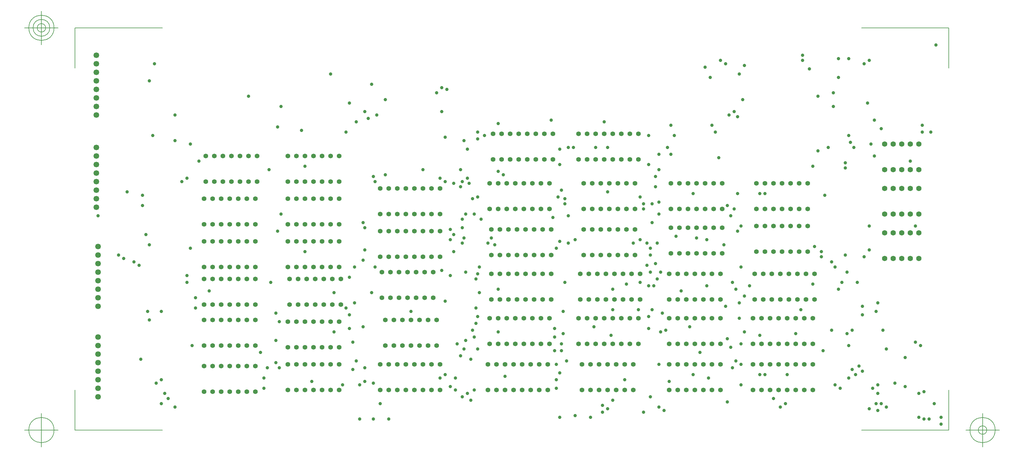
<source format=gbr>
G04 Generated by Ultiboard 14.1 *
%FSLAX24Y24*%
%MOIN*%

%ADD10C,0.0001*%
%ADD11C,0.0050*%
%ADD12C,0.0665*%
%ADD13C,0.0633*%
%ADD14C,0.0394*%
%ADD15C,0.0550*%


G04 ColorRGB 9900CC for the following layer *
%LNSolder Mask Bottom*%
%LPD*%
G54D10*
G54D11*
X-35300Y-13100D02*
X-35300Y-8390D01*
X-35300Y-13100D02*
X-25080Y-13100D01*
X66900Y-13100D02*
X56680Y-13100D01*
X66900Y-13100D02*
X66900Y-8390D01*
X66900Y34004D02*
X66900Y29294D01*
X66900Y34004D02*
X56680Y34004D01*
X-35300Y34004D02*
X-25080Y34004D01*
X-35300Y34004D02*
X-35300Y29294D01*
X-37269Y-13100D02*
X-41206Y-13100D01*
X-39237Y-15069D02*
X-39237Y-11131D01*
X-40714Y-13100D02*
G75*
D01*
G02X-40714Y-13100I1477J0*
G01*
X68869Y-13100D02*
X72806Y-13100D01*
X70837Y-15069D02*
X70837Y-11131D01*
X69361Y-13100D02*
G75*
D01*
G02X69361Y-13100I1476J0*
G01*
X70345Y-13100D02*
G75*
D01*
G02X70345Y-13100I492J0*
G01*
X-37269Y34004D02*
X-41206Y34004D01*
X-39237Y32035D02*
X-39237Y35972D01*
X-40714Y34004D02*
G75*
D01*
G02X-40714Y34004I1477J0*
G01*
X-40221Y34004D02*
G75*
D01*
G02X-40221Y34004I984J0*
G01*
X-39729Y34004D02*
G75*
D01*
G02X-39729Y34004I492J0*
G01*
G54D12*
X-32600Y-2200D03*
X-32600Y-3200D03*
X-32600Y-4200D03*
X-32600Y-5200D03*
X-32600Y-6200D03*
X-32600Y-7200D03*
X-32600Y-8200D03*
X-32600Y-9200D03*
X-32600Y8400D03*
X-32600Y7400D03*
X-32600Y6400D03*
X-32600Y5400D03*
X-32600Y4400D03*
X-32600Y3400D03*
X-32600Y2400D03*
X-32600Y1400D03*
X-32800Y20000D03*
X-32800Y19000D03*
X-32800Y18000D03*
X-32800Y17000D03*
X-32800Y16000D03*
X-32800Y15000D03*
X-32800Y14000D03*
X-32800Y13000D03*
X-32800Y30800D03*
X-32800Y29800D03*
X-32800Y28800D03*
X-32800Y27800D03*
X-32800Y26800D03*
X-32800Y25800D03*
X-32800Y24800D03*
X-32800Y23800D03*
G54D13*
X60400Y10000D03*
X60400Y7000D03*
X63400Y10000D03*
X62400Y10000D03*
X61400Y10000D03*
X62400Y7000D03*
X63400Y7000D03*
X61400Y7000D03*
X59400Y10000D03*
X59400Y7000D03*
X60400Y15200D03*
X60400Y12200D03*
X63400Y15200D03*
X62400Y15200D03*
X61400Y15200D03*
X62400Y12200D03*
X63400Y12200D03*
X61400Y12200D03*
X59400Y15200D03*
X59400Y12200D03*
X60400Y20400D03*
X60400Y17400D03*
X63400Y20400D03*
X62400Y20400D03*
X61400Y20400D03*
X62400Y17400D03*
X63400Y17400D03*
X61400Y17400D03*
X59400Y20400D03*
X59400Y17400D03*
G54D14*
X27000Y20000D03*
X34000Y20000D03*
X7600Y24200D03*
X7600Y27000D03*
X11000Y-9600D03*
X32200Y11200D03*
X32200Y13400D03*
X31200Y13400D03*
X31800Y21400D03*
X59000Y22200D03*
X64000Y-8600D03*
X64000Y-11800D03*
X11400Y-8400D03*
X7400Y-7000D03*
X52000Y7800D03*
X51600Y19600D03*
X-3200Y25200D03*
X58600Y1800D03*
X58200Y23200D03*
X41000Y-9800D03*
X58600Y-10800D03*
X-600Y27400D03*
X41800Y12800D03*
X40800Y29800D03*
X59200Y-1400D03*
X57400Y25200D03*
X10600Y19800D03*
X-8400Y7800D03*
X-22800Y16000D03*
X-20800Y18400D03*
X23200Y9200D03*
X14200Y17200D03*
X11800Y21800D03*
X-26200Y21400D03*
X21400Y-11600D03*
X42800Y25600D03*
X9800Y17400D03*
X49800Y30800D03*
X-25200Y-7200D03*
X-13200Y-8200D03*
X59600Y-10400D03*
X8200Y26800D03*
X8000Y-6600D03*
X-12800Y-5800D03*
X-2400Y23000D03*
X-3600Y21800D03*
X-11800Y600D03*
X52000Y7200D03*
X54800Y7400D03*
X54800Y17600D03*
X56400Y-5600D03*
X53600Y6000D03*
X53400Y24800D03*
X10600Y16400D03*
X8600Y10400D03*
X33600Y-10800D03*
X-5400Y28600D03*
X42600Y10800D03*
X42400Y28600D03*
X-27600Y-4800D03*
X21000Y-8200D03*
X35600Y3200D03*
X14200Y-1600D03*
X55200Y-3200D03*
X61800Y-4600D03*
X64600Y-11800D03*
X66000Y-12400D03*
X-400Y-11800D03*
X-400Y-7600D03*
X44800Y14600D03*
X58000Y-8200D03*
X54200Y-8200D03*
X34200Y-7400D03*
X21400Y-6400D03*
X10000Y10600D03*
X10000Y11600D03*
X31800Y3800D03*
X52400Y14400D03*
X37000Y-6600D03*
X11000Y-4800D03*
X32200Y1000D03*
X27000Y14800D03*
X11800Y14200D03*
X13000Y8800D03*
X57600Y-10600D03*
X61800Y-8000D03*
X64800Y21800D03*
X37400Y9400D03*
X31800Y18000D03*
X21400Y18000D03*
X21400Y19800D03*
X33000Y12200D03*
X-19600Y3200D03*
X-30200Y7400D03*
X36600Y-1000D03*
X31800Y-1200D03*
X20600Y11800D03*
X55800Y20000D03*
X41600Y-5800D03*
X53200Y6600D03*
X1000Y25600D03*
X1000Y16800D03*
X-3200Y4800D03*
X59600Y-3600D03*
X40600Y8600D03*
X38600Y9200D03*
X32000Y8200D03*
X31600Y6200D03*
X10400Y5400D03*
X10400Y-2600D03*
X-8800Y22000D03*
X-26000Y29800D03*
X-26600Y8600D03*
X23200Y-11400D03*
X-23600Y23800D03*
X26600Y23000D03*
X20800Y-1200D03*
X20800Y-2200D03*
X14200Y3400D03*
X-3200Y-1200D03*
X41800Y24200D03*
X43000Y29600D03*
X-25200Y-10000D03*
X-2800Y-6000D03*
X27000Y-10600D03*
X-5000Y3000D03*
X-600Y3000D03*
X31200Y-11000D03*
X26400Y-11000D03*
X21800Y800D03*
X4000Y800D03*
X-27400Y13200D03*
X-12600Y17400D03*
X25400Y-1000D03*
X21800Y-1800D03*
X11400Y-2200D03*
X-2800Y-2800D03*
X37000Y14600D03*
X21200Y14200D03*
X51000Y17800D03*
X49800Y30200D03*
X-25800Y-7600D03*
X-13200Y-7000D03*
X27600Y-9600D03*
X65400Y32000D03*
X7000Y26400D03*
X8000Y16000D03*
X42000Y3400D03*
X54400Y4200D03*
X54000Y28200D03*
X0Y23800D03*
X-200Y16000D03*
X-1600Y6800D03*
X-1600Y-1000D03*
X-21600Y-3200D03*
X46400Y-9400D03*
X42600Y-5400D03*
X41400Y-3400D03*
X-5000Y-1600D03*
X55600Y-6000D03*
X25000Y-11600D03*
X1400Y-11800D03*
X56200Y4200D03*
X39000Y28200D03*
X-1400Y8000D03*
X55600Y-1400D03*
X38400Y29400D03*
X43000Y2600D03*
X56800Y1400D03*
X56800Y400D03*
X56800Y-6200D03*
X8600Y-8000D03*
X37800Y-4000D03*
X12600Y21400D03*
X8000Y21200D03*
X7400Y16400D03*
X9000Y7800D03*
X15000Y-6800D03*
X42200Y10200D03*
X41200Y23800D03*
X14800Y16800D03*
X22400Y8800D03*
X38600Y3800D03*
X32400Y3800D03*
X12000Y6000D03*
X12000Y3000D03*
X11600Y-600D03*
X45400Y14600D03*
X55000Y-1800D03*
X44800Y-2000D03*
X33000Y-5400D03*
X33000Y-10400D03*
X47200Y-10400D03*
X49600Y1000D03*
X55000Y5400D03*
X54800Y18200D03*
X-27800Y6200D03*
X33200Y-1600D03*
X27400Y-2000D03*
X11600Y1200D03*
X11200Y-1400D03*
X21600Y15000D03*
X58600Y-7800D03*
X53600Y-7800D03*
X42600Y-7800D03*
X22400Y20000D03*
X52800Y20000D03*
X51000Y4000D03*
X42000Y-5000D03*
X38800Y-7000D03*
X5400Y17400D03*
X49000Y-1800D03*
X31200Y12800D03*
X30800Y14200D03*
X23000Y20000D03*
X25600Y20000D03*
X42400Y0D03*
X42400Y1800D03*
X43600Y3800D03*
X32800Y8800D03*
X-26600Y27800D03*
X-21200Y2400D03*
X-29600Y7000D03*
X33400Y600D03*
X33800Y-1400D03*
X-22200Y5000D03*
X-21800Y8200D03*
X-21800Y20400D03*
X10000Y-9200D03*
X-2400Y-5000D03*
X-2600Y1800D03*
X11800Y200D03*
X50600Y29200D03*
X-24800Y-8800D03*
X57600Y30200D03*
X12200Y11600D03*
X21600Y-3000D03*
X63000Y10800D03*
X57600Y10800D03*
X32000Y5400D03*
X-2600Y6000D03*
X-200Y6000D03*
X27600Y1000D03*
X42600Y-3000D03*
X-21200Y1200D03*
X-26600Y-200D03*
X-2000Y-11800D03*
X-2000Y-7800D03*
X-4000Y-7800D03*
X57600Y8000D03*
X58200Y19000D03*
X40000Y18800D03*
X41000Y13200D03*
X-1400Y-7400D03*
X-1400Y-5800D03*
X-11400Y-5800D03*
X-11400Y-400D03*
X-3600Y1200D03*
X8000Y2000D03*
X-11800Y-2600D03*
X-11800Y-5200D03*
X-7600Y-7400D03*
X13400Y9400D03*
X59000Y-10000D03*
X65200Y-10000D03*
X-1600Y11200D03*
X57000Y7200D03*
X57000Y29800D03*
X-25200Y800D03*
X55400Y20600D03*
X41600Y4200D03*
X29000Y-7200D03*
X21000Y-7200D03*
X10600Y-8800D03*
X-23600Y-10400D03*
X-23600Y20800D03*
X10200Y20800D03*
X9800Y15400D03*
X7600Y5600D03*
X-11600Y10200D03*
X-8400Y17800D03*
X-22200Y16400D03*
X57800Y20400D03*
X58400Y800D03*
X55200Y-7000D03*
X21000Y8200D03*
X13800Y8600D03*
X11400Y12200D03*
X10400Y12200D03*
X10000Y8800D03*
X10200Y-3600D03*
X11800Y-3600D03*
X33000Y13600D03*
X33000Y17400D03*
X51200Y8400D03*
X56000Y-6600D03*
X47800Y-10000D03*
X58400Y-10000D03*
X63800Y22600D03*
X39200Y22600D03*
X-1400Y24200D03*
X-1400Y10600D03*
X52200Y-3800D03*
X54000Y30400D03*
X-32600Y12000D03*
X-11200Y12200D03*
X14200Y22800D03*
X-11600Y22400D03*
X9800Y-4400D03*
X22000Y14000D03*
X42200Y14600D03*
X42200Y23600D03*
X10800Y15800D03*
X10200Y9400D03*
X9400Y-3000D03*
X51600Y26000D03*
X10000Y16000D03*
X8600Y9200D03*
X60600Y-7600D03*
X63800Y21800D03*
X39600Y21800D03*
X-11200Y24800D03*
X41400Y12000D03*
X40200Y30200D03*
X-24400Y-9400D03*
X-13600Y-4000D03*
X44800Y-6600D03*
X33200Y5400D03*
X32800Y4600D03*
X30800Y4200D03*
X21600Y-3800D03*
X20800Y-3800D03*
X41000Y-2400D03*
X32000Y-9200D03*
X26400Y-10200D03*
X400Y-10000D03*
X54000Y3400D03*
X53400Y26400D03*
X9000Y15800D03*
X9000Y9800D03*
X43000Y-1600D03*
X53200Y-1400D03*
X-15000Y26000D03*
X31600Y8800D03*
X30000Y8800D03*
X22400Y12000D03*
X11200Y14000D03*
X8600Y5000D03*
X-26800Y800D03*
X34800Y21400D03*
X55200Y21400D03*
X55200Y30400D03*
X66000Y-11600D03*
X63400Y-11600D03*
X63400Y-8800D03*
X58600Y-8800D03*
X9200Y-7000D03*
X9200Y-8400D03*
X11800Y5200D03*
X-3200Y400D03*
X-12400Y4200D03*
X-22200Y4200D03*
X32600Y15400D03*
X48000Y-6600D03*
X45400Y-6600D03*
X32600Y16600D03*
X33000Y19200D03*
X34400Y19200D03*
X34400Y22600D03*
X11800Y21000D03*
X-400Y16600D03*
X31800Y200D03*
X30600Y1000D03*
X-27400Y14400D03*
X-29200Y14800D03*
X27600Y3400D03*
X22200Y-5000D03*
X21000Y-5400D03*
X32000Y7400D03*
X29200Y4000D03*
X62400Y18400D03*
X63000Y-2800D03*
X42600Y6000D03*
X32600Y6400D03*
X30800Y9200D03*
X-28400Y6600D03*
X11600Y4600D03*
X22000Y13400D03*
X21400Y9000D03*
X63600Y-3200D03*
X22000Y4200D03*
X35000Y9600D03*
X40800Y1400D03*
X20400Y23200D03*
X-1000Y23400D03*
X-27000Y9800D03*
G54D15*
X34200Y5200D03*
X37200Y2200D03*
X35200Y2200D03*
X36200Y2200D03*
X38200Y2200D03*
X39200Y2200D03*
X40200Y2200D03*
X40200Y5200D03*
X37200Y5200D03*
X35200Y5200D03*
X36200Y5200D03*
X38200Y5200D03*
X39200Y5200D03*
X34200Y2200D03*
X34200Y0D03*
X37200Y-3000D03*
X35200Y-3000D03*
X36200Y-3000D03*
X38200Y-3000D03*
X39200Y-3000D03*
X40200Y-3000D03*
X40200Y0D03*
X37200Y0D03*
X35200Y0D03*
X36200Y0D03*
X38200Y0D03*
X39200Y0D03*
X34200Y-3000D03*
X34200Y-5400D03*
X37200Y-8400D03*
X35200Y-8400D03*
X36200Y-8400D03*
X38200Y-8400D03*
X39200Y-8400D03*
X40200Y-8400D03*
X40200Y-5400D03*
X37200Y-5400D03*
X35200Y-5400D03*
X36200Y-5400D03*
X38200Y-5400D03*
X39200Y-5400D03*
X34200Y-8400D03*
X44400Y10800D03*
X47400Y7800D03*
X45400Y7800D03*
X46400Y7800D03*
X48400Y7800D03*
X49400Y7800D03*
X50400Y7800D03*
X50400Y10800D03*
X47400Y10800D03*
X45400Y10800D03*
X46400Y10800D03*
X48400Y10800D03*
X49400Y10800D03*
X44400Y7800D03*
X44400Y15800D03*
X47400Y12800D03*
X45400Y12800D03*
X46400Y12800D03*
X48400Y12800D03*
X49400Y12800D03*
X50400Y12800D03*
X50400Y15800D03*
X47400Y15800D03*
X45400Y15800D03*
X46400Y15800D03*
X48400Y15800D03*
X49400Y15800D03*
X44400Y12800D03*
X-20000Y19000D03*
X-17000Y16000D03*
X-19000Y16000D03*
X-18000Y16000D03*
X-16000Y16000D03*
X-15000Y16000D03*
X-14000Y16000D03*
X-14000Y19000D03*
X-17000Y19000D03*
X-19000Y19000D03*
X-18000Y19000D03*
X-16000Y19000D03*
X-15000Y19000D03*
X-20000Y16000D03*
X-10400Y19000D03*
X-7400Y16000D03*
X-9400Y16000D03*
X-8400Y16000D03*
X-6400Y16000D03*
X-5400Y16000D03*
X-4400Y16000D03*
X-4400Y19000D03*
X-7400Y19000D03*
X-9400Y19000D03*
X-8400Y19000D03*
X-6400Y19000D03*
X-5400Y19000D03*
X-10400Y16000D03*
X-20200Y14000D03*
X-17200Y11000D03*
X-19200Y11000D03*
X-18200Y11000D03*
X-16200Y11000D03*
X-15200Y11000D03*
X-14200Y11000D03*
X-14200Y14000D03*
X-17200Y14000D03*
X-19200Y14000D03*
X-18200Y14000D03*
X-16200Y14000D03*
X-15200Y14000D03*
X-20200Y11000D03*
X-10400Y14000D03*
X-7400Y11000D03*
X-9400Y11000D03*
X-8400Y11000D03*
X-6400Y11000D03*
X-5400Y11000D03*
X-4400Y11000D03*
X-4400Y14000D03*
X-7400Y14000D03*
X-9400Y14000D03*
X-8400Y14000D03*
X-6400Y14000D03*
X-5400Y14000D03*
X-10400Y11000D03*
X-20200Y9000D03*
X-17200Y6000D03*
X-19200Y6000D03*
X-18200Y6000D03*
X-16200Y6000D03*
X-15200Y6000D03*
X-14200Y6000D03*
X-14200Y9000D03*
X-17200Y9000D03*
X-19200Y9000D03*
X-18200Y9000D03*
X-16200Y9000D03*
X-15200Y9000D03*
X-20200Y6000D03*
X-10400Y9000D03*
X-7400Y6000D03*
X-9400Y6000D03*
X-8400Y6000D03*
X-6400Y6000D03*
X-5400Y6000D03*
X-4400Y6000D03*
X-4400Y9000D03*
X-7400Y9000D03*
X-9400Y9000D03*
X-8400Y9000D03*
X-6400Y9000D03*
X-5400Y9000D03*
X-10400Y6000D03*
X-20200Y4600D03*
X-17200Y1600D03*
X-19200Y1600D03*
X-18200Y1600D03*
X-16200Y1600D03*
X-15200Y1600D03*
X-14200Y1600D03*
X-14200Y4600D03*
X-17200Y4600D03*
X-19200Y4600D03*
X-18200Y4600D03*
X-16200Y4600D03*
X-15200Y4600D03*
X-20200Y1600D03*
X-10200Y4600D03*
X-7200Y1600D03*
X-9200Y1600D03*
X-8200Y1600D03*
X-6200Y1600D03*
X-5200Y1600D03*
X-4200Y1600D03*
X-4200Y4600D03*
X-7200Y4600D03*
X-9200Y4600D03*
X-8200Y4600D03*
X-6200Y4600D03*
X-5200Y4600D03*
X-10200Y1600D03*
X-20200Y-200D03*
X-17200Y-3200D03*
X-19200Y-3200D03*
X-18200Y-3200D03*
X-16200Y-3200D03*
X-15200Y-3200D03*
X-14200Y-3200D03*
X-14200Y-200D03*
X-17200Y-200D03*
X-19200Y-200D03*
X-18200Y-200D03*
X-16200Y-200D03*
X-15200Y-200D03*
X-20200Y-3200D03*
X-10400Y-400D03*
X-7400Y-3400D03*
X-9400Y-3400D03*
X-8400Y-3400D03*
X-6400Y-3400D03*
X-5400Y-3400D03*
X-4400Y-3400D03*
X-4400Y-400D03*
X-7400Y-400D03*
X-9400Y-400D03*
X-8400Y-400D03*
X-6400Y-400D03*
X-5400Y-400D03*
X-10400Y-3400D03*
X-20200Y-5600D03*
X-17200Y-8600D03*
X-19200Y-8600D03*
X-18200Y-8600D03*
X-16200Y-8600D03*
X-15200Y-8600D03*
X-14200Y-8600D03*
X-14200Y-5600D03*
X-17200Y-5600D03*
X-19200Y-5600D03*
X-18200Y-5600D03*
X-16200Y-5600D03*
X-15200Y-5600D03*
X-20200Y-8600D03*
X-10400Y-5400D03*
X-7400Y-8400D03*
X-9400Y-8400D03*
X-8400Y-8400D03*
X-6400Y-8400D03*
X-5400Y-8400D03*
X-4400Y-8400D03*
X-4400Y-5400D03*
X-7400Y-5400D03*
X-9400Y-5400D03*
X-8400Y-5400D03*
X-6400Y-5400D03*
X-5400Y-5400D03*
X-10400Y-8400D03*
X400Y10200D03*
X2400Y7200D03*
X1400Y7200D03*
X3400Y7200D03*
X5400Y7200D03*
X4400Y7200D03*
X6400Y7200D03*
X7400Y7200D03*
X6400Y10200D03*
X3400Y10200D03*
X2400Y10200D03*
X1400Y10200D03*
X5400Y10200D03*
X4400Y10200D03*
X7400Y10200D03*
X400Y7200D03*
X400Y15200D03*
X2400Y12200D03*
X1400Y12200D03*
X3400Y12200D03*
X5400Y12200D03*
X4400Y12200D03*
X6400Y12200D03*
X7400Y12200D03*
X6400Y15200D03*
X3400Y15200D03*
X2400Y15200D03*
X1400Y15200D03*
X5400Y15200D03*
X4400Y15200D03*
X7400Y15200D03*
X400Y12200D03*
X600Y5400D03*
X3600Y2400D03*
X1600Y2400D03*
X2600Y2400D03*
X4600Y2400D03*
X5600Y2400D03*
X6600Y2400D03*
X6600Y5400D03*
X3600Y5400D03*
X1600Y5400D03*
X2600Y5400D03*
X4600Y5400D03*
X5600Y5400D03*
X600Y2400D03*
X1000Y-200D03*
X4000Y-3200D03*
X2000Y-3200D03*
X3000Y-3200D03*
X5000Y-3200D03*
X6000Y-3200D03*
X7000Y-3200D03*
X7000Y-200D03*
X4000Y-200D03*
X2000Y-200D03*
X3000Y-200D03*
X5000Y-200D03*
X6000Y-200D03*
X1000Y-3200D03*
X400Y-5400D03*
X2400Y-8400D03*
X1400Y-8400D03*
X3400Y-8400D03*
X5400Y-8400D03*
X4400Y-8400D03*
X6400Y-8400D03*
X7400Y-8400D03*
X6400Y-5400D03*
X3400Y-5400D03*
X2400Y-5400D03*
X1400Y-5400D03*
X5400Y-5400D03*
X4400Y-5400D03*
X7400Y-5400D03*
X400Y-8400D03*
X13600Y21600D03*
X15600Y18600D03*
X14600Y18600D03*
X16600Y18600D03*
X18600Y18600D03*
X17600Y18600D03*
X19600Y18600D03*
X20600Y18600D03*
X19600Y21600D03*
X16600Y21600D03*
X15600Y21600D03*
X14600Y21600D03*
X18600Y21600D03*
X17600Y21600D03*
X20600Y21600D03*
X13600Y18600D03*
X13200Y15800D03*
X15200Y12800D03*
X14200Y12800D03*
X16200Y12800D03*
X18200Y12800D03*
X17200Y12800D03*
X19200Y12800D03*
X20200Y12800D03*
X19200Y15800D03*
X16200Y15800D03*
X15200Y15800D03*
X14200Y15800D03*
X18200Y15800D03*
X17200Y15800D03*
X20200Y15800D03*
X13200Y12800D03*
X13400Y10400D03*
X15400Y7400D03*
X14400Y7400D03*
X16400Y7400D03*
X18400Y7400D03*
X17400Y7400D03*
X19400Y7400D03*
X20400Y7400D03*
X19400Y10400D03*
X16400Y10400D03*
X15400Y10400D03*
X14400Y10400D03*
X18400Y10400D03*
X17400Y10400D03*
X20400Y10400D03*
X13400Y7400D03*
X13400Y5200D03*
X15400Y2200D03*
X14400Y2200D03*
X16400Y2200D03*
X18400Y2200D03*
X17400Y2200D03*
X19400Y2200D03*
X20400Y2200D03*
X19400Y5200D03*
X16400Y5200D03*
X15400Y5200D03*
X14400Y5200D03*
X18400Y5200D03*
X17400Y5200D03*
X20400Y5200D03*
X13400Y2200D03*
X13200Y0D03*
X15200Y-3000D03*
X14200Y-3000D03*
X16200Y-3000D03*
X18200Y-3000D03*
X17200Y-3000D03*
X19200Y-3000D03*
X20200Y-3000D03*
X19200Y0D03*
X16200Y0D03*
X15200Y0D03*
X14200Y0D03*
X18200Y0D03*
X17200Y0D03*
X20200Y0D03*
X13200Y-3000D03*
X13000Y-5400D03*
X15000Y-8400D03*
X14000Y-8400D03*
X16000Y-8400D03*
X18000Y-8400D03*
X17000Y-8400D03*
X19000Y-8400D03*
X20000Y-8400D03*
X19000Y-5400D03*
X16000Y-5400D03*
X15000Y-5400D03*
X14000Y-5400D03*
X18000Y-5400D03*
X17000Y-5400D03*
X20000Y-5400D03*
X13000Y-8400D03*
X23600Y21600D03*
X25600Y18600D03*
X24600Y18600D03*
X26600Y18600D03*
X28600Y18600D03*
X27600Y18600D03*
X29600Y18600D03*
X30600Y18600D03*
X29600Y21600D03*
X26600Y21600D03*
X25600Y21600D03*
X24600Y21600D03*
X28600Y21600D03*
X27600Y21600D03*
X30600Y21600D03*
X23600Y18600D03*
X24200Y15800D03*
X27200Y12800D03*
X25200Y12800D03*
X26200Y12800D03*
X28200Y12800D03*
X29200Y12800D03*
X30200Y12800D03*
X30200Y15800D03*
X27200Y15800D03*
X25200Y15800D03*
X26200Y15800D03*
X28200Y15800D03*
X29200Y15800D03*
X24200Y12800D03*
X24200Y10400D03*
X27200Y7400D03*
X25200Y7400D03*
X26200Y7400D03*
X28200Y7400D03*
X29200Y7400D03*
X30200Y7400D03*
X30200Y10400D03*
X27200Y10400D03*
X25200Y10400D03*
X26200Y10400D03*
X28200Y10400D03*
X29200Y10400D03*
X24200Y7400D03*
X23800Y5200D03*
X25800Y2200D03*
X24800Y2200D03*
X26800Y2200D03*
X28800Y2200D03*
X27800Y2200D03*
X29800Y2200D03*
X30800Y2200D03*
X29800Y5200D03*
X26800Y5200D03*
X25800Y5200D03*
X24800Y5200D03*
X28800Y5200D03*
X27800Y5200D03*
X30800Y5200D03*
X23800Y2200D03*
X23600Y0D03*
X25600Y-3000D03*
X24600Y-3000D03*
X26600Y-3000D03*
X28600Y-3000D03*
X27600Y-3000D03*
X29600Y-3000D03*
X30600Y-3000D03*
X29600Y0D03*
X26600Y0D03*
X25600Y0D03*
X24600Y0D03*
X28600Y0D03*
X27600Y0D03*
X30600Y0D03*
X23600Y-3000D03*
X24000Y-5400D03*
X27000Y-8400D03*
X25000Y-8400D03*
X26000Y-8400D03*
X28000Y-8400D03*
X29000Y-8400D03*
X30000Y-8400D03*
X30000Y-5400D03*
X27000Y-5400D03*
X25000Y-5400D03*
X26000Y-5400D03*
X28000Y-5400D03*
X29000Y-5400D03*
X24000Y-8400D03*
X34400Y15800D03*
X37400Y12800D03*
X35400Y12800D03*
X36400Y12800D03*
X38400Y12800D03*
X39400Y12800D03*
X40400Y12800D03*
X40400Y15800D03*
X37400Y15800D03*
X35400Y15800D03*
X36400Y15800D03*
X38400Y15800D03*
X39400Y15800D03*
X34400Y12800D03*
X34400Y10600D03*
X37400Y7600D03*
X35400Y7600D03*
X36400Y7600D03*
X38400Y7600D03*
X39400Y7600D03*
X40400Y7600D03*
X40400Y10600D03*
X37400Y10600D03*
X35400Y10600D03*
X36400Y10600D03*
X38400Y10600D03*
X39400Y10600D03*
X34400Y7600D03*
X44200Y5200D03*
X46200Y2200D03*
X45200Y2200D03*
X47200Y2200D03*
X49200Y2200D03*
X48200Y2200D03*
X50200Y2200D03*
X51200Y2200D03*
X50200Y5200D03*
X47200Y5200D03*
X46200Y5200D03*
X45200Y5200D03*
X49200Y5200D03*
X48200Y5200D03*
X51200Y5200D03*
X44200Y2200D03*
X44000Y0D03*
X46000Y-3000D03*
X45000Y-3000D03*
X47000Y-3000D03*
X49000Y-3000D03*
X48000Y-3000D03*
X50000Y-3000D03*
X51000Y-3000D03*
X50000Y0D03*
X47000Y0D03*
X46000Y0D03*
X45000Y0D03*
X49000Y0D03*
X48000Y0D03*
X51000Y0D03*
X44000Y-3000D03*
X44000Y-5400D03*
X46000Y-8400D03*
X45000Y-8400D03*
X47000Y-8400D03*
X49000Y-8400D03*
X48000Y-8400D03*
X50000Y-8400D03*
X51000Y-8400D03*
X50000Y-5400D03*
X47000Y-5400D03*
X46000Y-5400D03*
X45000Y-5400D03*
X49000Y-5400D03*
X48000Y-5400D03*
X51000Y-5400D03*
X44000Y-8400D03*

M02*

</source>
